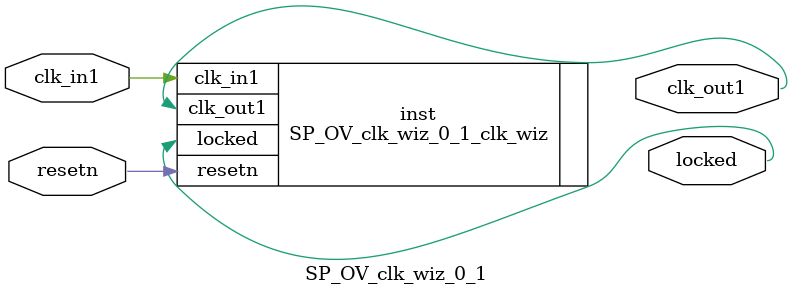
<source format=v>


`timescale 1ps/1ps

(* CORE_GENERATION_INFO = "SP_OV_clk_wiz_0_1,clk_wiz_v6_0_3_0_0,{component_name=SP_OV_clk_wiz_0_1,use_phase_alignment=true,use_min_o_jitter=false,use_max_i_jitter=false,use_dyn_phase_shift=false,use_inclk_switchover=false,use_dyn_reconfig=false,enable_axi=0,feedback_source=FDBK_AUTO,PRIMITIVE=MMCM,num_out_clk=1,clkin1_period=8.000,clkin2_period=10.000,use_power_down=false,use_reset=true,use_locked=true,use_inclk_stopped=false,feedback_type=SINGLE,CLOCK_MGR_TYPE=NA,manual_override=false}" *)

module SP_OV_clk_wiz_0_1 
 (
  // Clock out ports
  output        clk_out1,
  // Status and control signals
  input         resetn,
  output        locked,
 // Clock in ports
  input         clk_in1
 );

  SP_OV_clk_wiz_0_1_clk_wiz inst
  (
  // Clock out ports  
  .clk_out1(clk_out1),
  // Status and control signals               
  .resetn(resetn), 
  .locked(locked),
 // Clock in ports
  .clk_in1(clk_in1)
  );

endmodule

</source>
